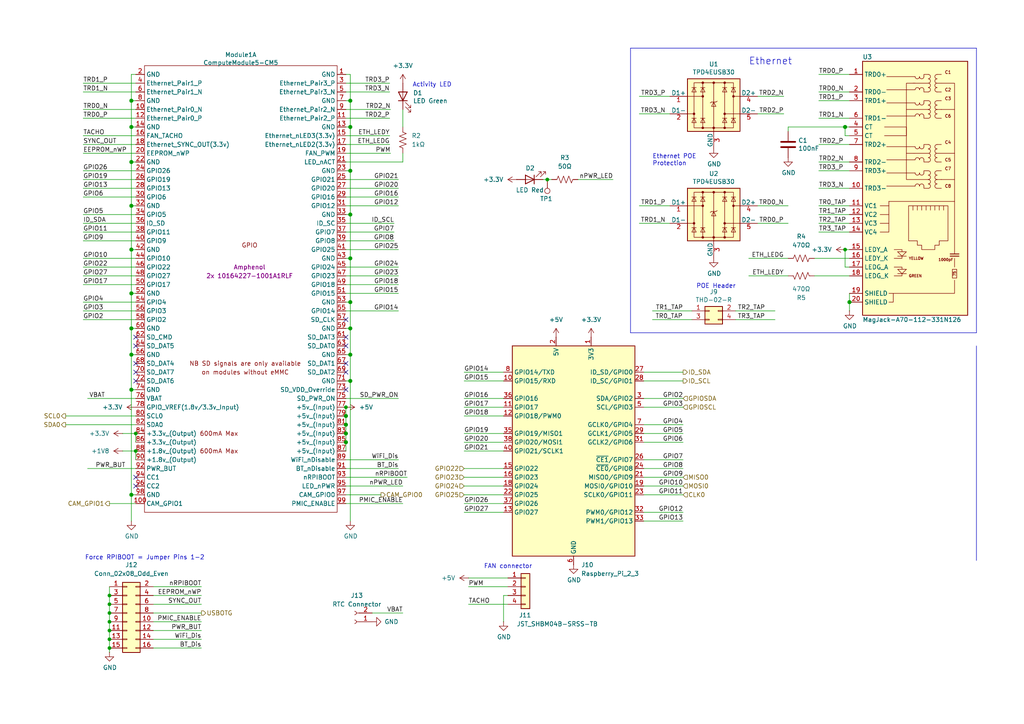
<source format=kicad_sch>
(kicad_sch (version 20231120) (generator "eeschema") (generator_version "8.0")
  (paper "A4")
  (title_block (title "Compute Module 5 IO Board - GPIO - Ethernet") (rev "1") (company "Copyright © 2024 Raspberry Pi Ltd.") (comment 1 "www.raspberrypi.com"))
  (junction (at 101.6 36.83) (diameter 1.016))
  (junction (at 101.6 29.21) (diameter 1.016))
  (junction (at 101.6 102.87) (diameter 1.016))
  (junction (at 38.1 113.03) (diameter 1.016))
  (junction (at 245.11 72.39))
  (junction (at 246.38 87.63) (diameter 1.016))
  (junction (at 38.1 46.99) (diameter 1.016))
  (junction (at 100.33 125.73) (diameter 1.016))
  (junction (at 31.75 175.26))
  (junction (at 38.1 72.39) (diameter 1.016))
  (junction (at 100.33 123.19) (diameter 1.016))
  (junction (at 38.1 143.51) (diameter 1.016))
  (junction (at 38.1 59.69) (diameter 1.016))
  (junction (at 101.6 62.23) (diameter 1.016))
  (junction (at 38.1 95.25) (diameter 1.016))
  (junction (at 101.6 95.25) (diameter 1.016))
  (junction (at 39.37 125.73))
  (junction (at 31.75 187.96))
  (junction (at 101.6 87.63) (diameter 1.016))
  (junction (at 38.1 85.09) (diameter 1.016))
  (junction (at 100.33 120.65) (diameter 1.016))
  (junction (at 158.75 52.07))
  (junction (at 38.1 36.83) (diameter 1.016))
  (junction (at 31.75 172.72))
  (junction (at 38.1 102.87) (diameter 1.016))
  (junction (at 38.1 29.21) (diameter 1.016))
  (junction (at 31.75 177.8))
  (junction (at 245.11 36.83) (diameter 1.016))
  (junction (at 100.33 128.27) (diameter 1.016))
  (junction (at 100.33 118.11))
  (junction (at 31.75 185.42))
  (junction (at 39.37 130.81))
  (junction (at 101.6 110.49) (diameter 1.016))
  (junction (at 101.6 49.53) (diameter 1.016))
  (junction (at 31.75 182.88))
  (junction (at 31.75 180.34))
  (junction (at 101.6 74.93) (diameter 1.016))
  (no_connect (at 100.33 107.95))
  (no_connect (at 100.33 97.79))
  (no_connect (at 39.37 110.49))
  (no_connect (at 100.33 113.03))
  (no_connect (at 39.37 100.33))
  (no_connect (at 100.33 105.41))
  (no_connect (at 39.37 105.41))
  (no_connect (at 100.33 100.33))
  (no_connect (at 39.37 107.95))
  (no_connect (at 39.37 138.43))
  (no_connect (at 39.37 97.79))
  (no_connect (at 100.33 92.71))
  (no_connect (at 39.37 140.97))
  (wire (pts (xy 44.45 175.26) (xy 58.42 175.26)))
  (wire (pts (xy 44.45 187.96) (xy 58.42 187.96)))
  (wire (pts (xy 100.33 102.87) (xy 101.6 102.87)))
  (wire (pts (xy 24.13 90.17) (xy 39.37 90.17)))
  (wire (pts (xy 39.37 133.35) (xy 39.37 130.81)))
  (wire (pts (xy 186.69 135.89) (xy 198.12 135.89)))
  (wire (pts (xy 24.13 44.45) (xy 39.37 44.45)))
  (wire (pts (xy 100.33 95.25) (xy 101.6 95.25)))
  (wire (pts (xy 101.6 102.87) (xy 101.6 110.49)))
  (wire (pts (xy 217.17 74.93) (xy 228.6 74.93)))
  (wire (pts (xy 39.37 128.27) (xy 39.37 125.73)))
  (wire (pts (xy 107.95 177.8) (xy 116.84 177.8)))
  (wire (pts (xy 101.6 36.83) (xy 101.6 49.53)))
  (wire (pts (xy 44.45 172.72) (xy 58.42 172.72)))
  (wire (pts (xy 24.13 92.71) (xy 39.37 92.71)))
  (wire (pts (xy 116.84 31.75) (xy 116.84 36.83)))
  (wire (pts (xy 24.13 31.75) (xy 39.37 31.75)))
  (wire (pts (xy 186.69 128.27) (xy 198.12 128.27)))
  (wire (pts (xy 24.13 77.47) (xy 39.37 77.47)))
  (wire (pts (xy 44.45 185.42) (xy 58.42 185.42)))
  (wire (pts (xy 100.33 29.21) (xy 101.6 29.21)))
  (wire (pts (xy 237.49 41.91) (xy 246.38 41.91)))
  (wire (pts (xy 100.33 90.17) (xy 115.57 90.17)))
  (wire (pts (xy 24.13 82.55) (xy 39.37 82.55)))
  (wire (pts (xy 186.69 143.51) (xy 198.12 143.51)))
  (wire (pts (xy 186.69 118.11) (xy 198.12 118.11)))
  (wire (pts (xy 24.13 80.01) (xy 39.37 80.01)))
  (wire (pts (xy 100.33 34.29) (xy 113.03 34.29)))
  (wire (pts (xy 39.37 36.83) (xy 38.1 36.83)))
  (wire (pts (xy 100.33 44.45) (xy 113.284 44.45)))
  (wire (pts (xy 100.33 31.75) (xy 113.284 31.75)))
  (wire (pts (xy 24.13 67.31) (xy 39.37 67.31)))
  (wire (pts (xy 237.49 59.69) (xy 246.38 59.69)))
  (wire (pts (xy 100.33 87.63) (xy 101.6 87.63)))
  (wire (pts (xy 24.13 39.37) (xy 39.37 39.37)))
  (wire (pts (xy 39.37 21.59) (xy 38.1 21.59)))
  (wire (pts (xy 101.6 21.59) (xy 101.6 29.21)))
  (wire (pts (xy 236.22 80.01) (xy 246.38 80.01)))
  (wire (pts (xy 101.6 29.21) (xy 101.6 36.83)))
  (wire (pts (xy 38.1 143.51) (xy 38.1 151.13)))
  (wire (pts (xy 146.05 172.72) (xy 146.05 180.34)))
  (wire (pts (xy 237.49 34.29) (xy 246.38 34.29)))
  (wire (pts (xy 219.71 33.02) (xy 227.33 33.02)))
  (wire (pts (xy 100.33 57.15) (xy 115.57 57.15)))
  (wire (pts (xy 186.69 115.57) (xy 198.12 115.57)))
  (wire (pts (xy 100.33 143.51) (xy 110.49 143.51)))
  (wire (pts (xy 100.33 80.01) (xy 115.57 80.01)))
  (wire (pts (xy 101.6 95.25) (xy 101.6 102.87)))
  (wire (pts (xy 38.1 72.39) (xy 38.1 85.09)))
  (wire (pts (xy 213.36 92.71) (xy 224.79 92.71)))
  (wire (pts (xy 101.6 49.53) (xy 101.6 62.23)))
  (wire (pts (xy 24.13 74.93) (xy 39.37 74.93)))
  (polyline (pts (xy 182.88 13.97) (xy 283.21 13.97)) (stroke (width 0) (type solid)))
  (wire (pts (xy 100.33 140.97) (xy 116.84 140.97)))
  (wire (pts (xy 39.37 29.21) (xy 38.1 29.21)))
  (wire (pts (xy 213.36 90.17) (xy 224.79 90.17)))
  (wire (pts (xy 25.4 135.89) (xy 39.37 135.89)))
  (wire (pts (xy 189.23 90.17) (xy 200.66 90.17)))
  (wire (pts (xy 134.62 143.51) (xy 146.05 143.51)))
  (wire (pts (xy 100.33 128.27) (xy 100.33 130.81)))
  (wire (pts (xy 134.62 146.05) (xy 146.05 146.05)))
  (wire (pts (xy 44.45 170.18) (xy 58.42 170.18)))
  (wire (pts (xy 246.38 36.83) (xy 245.11 36.83)))
  (wire (pts (xy 194.31 64.77) (xy 185.42 64.77)))
  (wire (pts (xy 237.49 21.59) (xy 246.38 21.59)))
  (wire (pts (xy 100.33 41.91) (xy 113.03 41.91)))
  (wire (pts (xy 31.75 177.8) (xy 31.75 180.34)))
  (wire (pts (xy 100.33 115.57) (xy 115.57 115.57)))
  (wire (pts (xy 24.13 26.67) (xy 39.37 26.67)))
  (wire (pts (xy 134.62 125.73) (xy 146.05 125.73)))
  (wire (pts (xy 217.17 80.01) (xy 228.6 80.01)))
  (wire (pts (xy 24.13 49.53) (xy 39.37 49.53)))
  (wire (pts (xy 100.33 120.65) (xy 100.33 123.19)))
  (wire (pts (xy 186.69 110.49) (xy 198.12 110.49)))
  (wire (pts (xy 134.62 138.43) (xy 146.05 138.43)))
  (wire (pts (xy 186.69 140.97) (xy 198.12 140.97)))
  (wire (pts (xy 100.33 74.93) (xy 101.6 74.93)))
  (wire (pts (xy 100.33 39.37) (xy 113.03 39.37)))
  (wire (pts (xy 167.64 52.07) (xy 177.8 52.07)))
  (wire (pts (xy 134.62 148.59) (xy 146.05 148.59)))
  (wire (pts (xy 100.33 138.43) (xy 118.11 138.43)))
  (wire (pts (xy 38.1 95.25) (xy 39.37 95.25)))
  (wire (pts (xy 38.1 102.87) (xy 38.1 113.03)))
  (wire (pts (xy 38.1 85.09) (xy 38.1 95.25)))
  (wire (pts (xy 31.75 146.05) (xy 39.37 146.05)))
  (wire (pts (xy 237.49 64.77) (xy 246.38 64.77)))
  (wire (pts (xy 134.62 118.11) (xy 146.05 118.11)))
  (wire (pts (xy 58.42 182.88) (xy 44.45 182.88)))
  (wire (pts (xy 237.49 54.61) (xy 246.38 54.61)))
  (wire (pts (xy 236.22 74.93) (xy 246.38 74.93)))
  (wire (pts (xy 101.6 110.49) (xy 101.6 151.13)))
  (wire (pts (xy 38.1 59.69) (xy 38.1 72.39)))
  (wire (pts (xy 134.62 128.27) (xy 146.05 128.27)))
  (wire (pts (xy 38.1 113.03) (xy 39.37 113.03)))
  (wire (pts (xy 38.1 72.39) (xy 39.37 72.39)))
  (wire (pts (xy 24.13 54.61) (xy 39.37 54.61)))
  (wire (pts (xy 100.33 52.07) (xy 115.57 52.07)))
  (wire (pts (xy 246.38 87.63) (xy 246.38 90.17)))
  (wire (pts (xy 134.62 110.49) (xy 146.05 110.49)))
  (wire (pts (xy 24.13 24.13) (xy 39.37 24.13)))
  (polyline (pts (xy 283.21 100.33) (xy 283.21 162.56)) (stroke (width 0) (type solid)))
  (wire (pts (xy 100.33 62.23) (xy 101.6 62.23)))
  (wire (pts (xy 246.38 85.09) (xy 246.38 87.63)))
  (wire (pts (xy 100.33 24.13) (xy 113.03 24.13)))
  (wire (pts (xy 100.33 135.89) (xy 115.57 135.89)))
  (wire (pts (xy 100.33 36.83) (xy 101.6 36.83)))
  (wire (pts (xy 38.1 95.25) (xy 38.1 102.87)))
  (wire (pts (xy 39.37 143.51) (xy 38.1 143.51)))
  (wire (pts (xy 24.13 57.15) (xy 39.37 57.15)))
  (wire (pts (xy 185.42 59.69) (xy 194.31 59.69)))
  (wire (pts (xy 245.11 39.37) (xy 245.11 36.83)))
  (wire (pts (xy 44.45 177.8) (xy 58.42 177.8)))
  (wire (pts (xy 38.1 113.03) (xy 38.1 143.51)))
  (wire (pts (xy 157.48 52.07) (xy 158.75 52.07)))
  (wire (pts (xy 228.6 36.83) (xy 245.11 36.83)))
  (wire (pts (xy 35.56 130.81) (xy 39.37 130.81)))
  (wire (pts (xy 100.33 146.05) (xy 116.84 146.05)))
  (wire (pts (xy 100.33 64.77) (xy 114.3 64.77)))
  (wire (pts (xy 101.6 87.63) (xy 101.6 95.25)))
  (wire (pts (xy 147.32 172.72) (xy 146.05 172.72)))
  (wire (pts (xy 100.33 54.61) (xy 115.57 54.61)))
  (wire (pts (xy 245.11 77.47) (xy 245.11 72.39)))
  (wire (pts (xy 134.62 130.81) (xy 146.05 130.81)))
  (wire (pts (xy 116.84 46.99) (xy 116.84 44.45)))
  (wire (pts (xy 100.33 69.85) (xy 114.3 69.85)))
  (wire (pts (xy 100.33 133.35) (xy 115.57 133.35)))
  (polyline (pts (xy 283.21 96.52) (xy 182.88 96.52)) (stroke (width 0) (type solid)))
  (wire (pts (xy 186.69 148.59) (xy 198.12 148.59)))
  (wire (pts (xy 219.71 27.94) (xy 227.33 27.94)))
  (wire (pts (xy 31.75 180.34) (xy 31.75 182.88)))
  (polyline (pts (xy 182.88 96.52) (xy 182.88 13.97)) (stroke (width 0) (type solid)))
  (wire (pts (xy 100.33 85.09) (xy 115.57 85.09)))
  (wire (pts (xy 31.75 187.96) (xy 31.75 189.23)))
  (wire (pts (xy 135.89 170.18) (xy 147.32 170.18)))
  (wire (pts (xy 186.69 125.73) (xy 198.12 125.73)))
  (wire (pts (xy 24.13 34.29) (xy 39.37 34.29)))
  (wire (pts (xy 25.4 115.57) (xy 39.37 115.57)))
  (wire (pts (xy 186.69 123.19) (xy 198.12 123.19)))
  (wire (pts (xy 185.42 27.94) (xy 194.31 27.94)))
  (wire (pts (xy 100.33 59.69) (xy 115.57 59.69)))
  (wire (pts (xy 245.11 72.39) (xy 246.38 72.39)))
  (wire (pts (xy 135.89 175.26) (xy 147.32 175.26)))
  (wire (pts (xy 100.33 67.31) (xy 114.3 67.31)))
  (polyline (pts (xy 283.21 13.97) (xy 283.21 96.52)) (stroke (width 0) (type solid)))
  (wire (pts (xy 186.69 107.95) (xy 198.12 107.95)))
  (wire (pts (xy 24.13 64.77) (xy 39.37 64.77)))
  (wire (pts (xy 38.1 36.83) (xy 38.1 46.99)))
  (wire (pts (xy 100.33 46.99) (xy 116.84 46.99)))
  (wire (pts (xy 185.42 33.02) (xy 194.31 33.02)))
  (wire (pts (xy 24.13 52.07) (xy 39.37 52.07)))
  (wire (pts (xy 19.05 123.19) (xy 39.37 123.19)))
  (wire (pts (xy 237.49 67.31) (xy 246.38 67.31)))
  (wire (pts (xy 219.71 59.69) (xy 228.6 59.69)))
  (wire (pts (xy 134.62 115.57) (xy 146.05 115.57)))
  (wire (pts (xy 31.75 185.42) (xy 31.75 187.96)))
  (wire (pts (xy 100.33 72.39) (xy 115.57 72.39)))
  (wire (pts (xy 38.1 29.21) (xy 38.1 36.83)))
  (wire (pts (xy 100.33 21.59) (xy 101.6 21.59)))
  (wire (pts (xy 100.33 110.49) (xy 101.6 110.49)))
  (wire (pts (xy 134.62 135.89) (xy 146.05 135.89)))
  (wire (pts (xy 246.38 77.47) (xy 245.11 77.47)))
  (wire (pts (xy 24.13 69.85) (xy 39.37 69.85)))
  (wire (pts (xy 24.13 87.63) (xy 39.37 87.63)))
  (wire (pts (xy 100.33 118.11) (xy 100.33 120.65)))
  (wire (pts (xy 134.62 140.97) (xy 146.05 140.97)))
  (wire (pts (xy 31.75 170.18) (xy 31.75 172.72)))
  (wire (pts (xy 100.33 49.53) (xy 101.6 49.53)))
  (wire (pts (xy 100.33 26.67) (xy 113.03 26.67)))
  (wire (pts (xy 24.13 62.23) (xy 39.37 62.23)))
  (wire (pts (xy 186.69 133.35) (xy 198.12 133.35)))
  (wire (pts (xy 186.69 151.13) (xy 198.12 151.13)))
  (wire (pts (xy 237.49 62.23) (xy 246.38 62.23)))
  (wire (pts (xy 134.62 120.65) (xy 146.05 120.65)))
  (wire (pts (xy 219.71 64.77) (xy 228.6 64.77)))
  (wire (pts (xy 24.13 41.91) (xy 39.37 41.91)))
  (wire (pts (xy 237.49 26.67) (xy 246.38 26.67)))
  (wire (pts (xy 31.75 172.72) (xy 31.75 175.26)))
  (wire (pts (xy 35.56 125.73) (xy 39.37 125.73)))
  (wire (pts (xy 189.23 92.71) (xy 200.66 92.71)))
  (wire (pts (xy 101.6 74.93) (xy 101.6 87.63)))
  (wire (pts (xy 44.45 180.34) (xy 58.42 180.34)))
  (wire (pts (xy 100.33 123.19) (xy 100.33 125.73)))
  (wire (pts (xy 228.6 38.1) (xy 228.6 36.83)))
  (wire (pts (xy 237.49 49.53) (xy 246.38 49.53)))
  (wire (pts (xy 38.1 46.99) (xy 39.37 46.99)))
  (wire (pts (xy 38.1 21.59) (xy 38.1 29.21)))
  (wire (pts (xy 237.49 29.21) (xy 246.38 29.21)))
  (wire (pts (xy 135.89 167.64) (xy 147.32 167.64)))
  (wire (pts (xy 38.1 85.09) (xy 39.37 85.09)))
  (wire (pts (xy 100.33 125.73) (xy 100.33 128.27)))
  (wire (pts (xy 100.33 77.47) (xy 115.57 77.47)))
  (wire (pts (xy 38.1 102.87) (xy 39.37 102.87)))
  (wire (pts (xy 38.1 59.69) (xy 39.37 59.69)))
  (wire (pts (xy 158.75 52.07) (xy 160.02 52.07)))
  (wire (pts (xy 246.38 39.37) (xy 245.11 39.37)))
  (wire (pts (xy 186.69 138.43) (xy 198.12 138.43)))
  (wire (pts (xy 31.75 182.88) (xy 31.75 185.42)))
  (wire (pts (xy 100.33 82.55) (xy 115.57 82.55)))
  (wire (pts (xy 19.05 120.65) (xy 39.37 120.65)))
  (wire (pts (xy 101.6 62.23) (xy 101.6 74.93)))
  (wire (pts (xy 38.1 46.99) (xy 38.1 59.69)))
  (wire (pts (xy 31.75 175.26) (xy 31.75 177.8)))
  (wire (pts (xy 237.49 46.99) (xy 246.38 46.99)))
  (wire (pts (xy 134.62 107.95) (xy 146.05 107.95)))
  (text "Activity LED" (at 119.634 25.4 0) (effects (font (size 1.27 1.27)) (justify left bottom)))
  (text "FAN connector\n" (at 140.335 165.1 0) (effects (font (size 1.27 1.27)) (justify left bottom)))
  (text "Ethernet POE\nProtection" (at 189.23 48.26 0) (effects (font (size 1.27 1.27)) (justify left bottom)))
  (text "POE Header" (at 201.93 83.82 0) (effects (font (size 1.27 1.27)) (justify left bottom)))
  (text "Force RPIBOOT = Jumper Pins 1-2 \n" (at 60.325 162.56 0) (effects (font (size 1.27 1.27)) (justify right bottom)))
  (text "Ethernet" (at 217.17 19.05 0) (effects (font (size 2.0066 2.0066)) (justify left bottom)))
  (label "GPIO5" (at 24.13 62.23 0))
  (label "TRD3_N" (at 113.03 26.67 180))
  (label "GPIO2" (at 24.13 92.71 0))
  (label "GPIO18" (at 134.62 120.65 0))
  (label "GPIO9" (at 24.13 69.85 0))
  (label "PWR_BUT" (at 58.42 182.88 180))
  (label "TRD3_N" (at 237.49 54.61 0))
  (label "ETH_LEDG" (at 113.03 41.91 180))
  (label "TRD1_N" (at 193.04 64.77 180))
  (label "GPIO10" (at 24.13 74.93 0))
  (label "TRD3_P" (at 113.03 24.13 180))
  (label "BT_Dis" (at 115.57 135.89 180))
  (label "GPIO6" (at 24.13 57.15 0))
  (label "TRD0_P" (at 227.33 64.77 180))
  (label "TRD3_P" (at 193.04 27.94 180))
  (label "GPIO20" (at 115.57 54.61 180))
  (label "GPIO25" (at 115.57 72.39 180))
  (label "WiFi_Dis" (at 115.57 133.35 180))
  (label "GPIO15" (at 115.57 85.09 180))
  (label "GPIO13" (at 24.13 54.61 0))
  (label "TRD1_P" (at 193.04 59.69 180))
  (label "GPIO7" (at 114.3 67.31 180))
  (label "GPIO14" (at 115.57 90.17 180))
  (label "ETH_LEDY" (at 113.03 39.37 180))
  (label "GPIO13" (at 198.12 151.13 180))
  (label "VBAT" (at 116.84 177.8 180))
  (label "TR1_TAP" (at 198.12 90.17 180))
  (label "SD_PWR_ON" (at 115.57 115.57 180))
  (label "PWM" (at 113.284 44.45 180))
  (label "GPIO4" (at 24.13 87.63 0))
  (label "TRD1_P" (at 24.13 24.13 0))
  (label "GPIO8" (at 198.12 135.89 180))
  (label "TRD1_P" (at 237.49 29.21 0))
  (label "GPIO27" (at 134.62 148.59 0))
  (label "GPIO6" (at 198.12 128.27 180))
  (label "GPIO27" (at 24.13 80.01 0))
  (label "EEPROM_nWP" (at 24.13 44.45 0))
  (label "GPIO16" (at 134.62 115.57 0))
  (label "WiFi_Dis" (at 58.42 185.42 180))
  (label "GPIO7" (at 198.12 133.35 180))
  (label "TR0_TAP" (at 198.0184 92.71 180))
  (label "GPIO21" (at 115.57 52.07 180))
  (label "GPIO23" (at 115.57 80.01 180))
  (label "TRD0_N" (at 24.13 31.75 0))
  (label "TRD3_P" (at 237.49 49.53 0))
  (label "ETH_LEDY" (at 227.33 80.01 180))
  (label "TRD0_N" (at 227.33 59.69 180))
  (label "GPIO11" (at 198.12 143.51 180))
  (label "TRD2_N" (at 227.33 27.94 180))
  (label "ETH_LEDG" (at 227.33 74.93 180))
  (label "GPIO5" (at 198.12 125.73 180))
  (label "GPIO20" (at 134.62 128.27 0))
  (label "TRD0_N" (at 237.49 26.67 0))
  (label "GPIO14" (at 134.62 107.95 0))
  (label "TR2_TAP" (at 237.49 64.77 0))
  (label "GPIO17" (at 134.62 118.11 0))
  (label "SYNC_OUT" (at 58.42 175.26 180))
  (label "TR2_TAP" (at 221.9198 90.17 180))
  (label "GPIO26" (at 134.62 146.05 0))
  (label "GPIO10" (at 198.12 140.97 180))
  (label "GPIO9" (at 198.12 138.43 180))
  (label "GPIO16" (at 115.57 57.15 180))
  (label "GPIO12" (at 115.57 59.69 180))
  (label "GPIO19" (at 134.62 125.73 0))
  (label "PWM" (at 135.89 170.18 0))
  (label "GPIO8" (at 114.3 69.85 180))
  (label "GPIO17" (at 24.13 82.55 0))
  (label "SYNC_OUT" (at 24.13 41.91 0))
  (label "nPWR_LED" (at 177.8 52.07 180))
  (label "TRD0_P" (at 237.49 21.59 0))
  (label "GPIO18" (at 115.57 82.55 180))
  (label "TRD2_N" (at 113.284 31.75 180))
  (label "BT_Dis" (at 58.42 187.96 180))
  (label "nPWR_LED" (at 116.84 140.97 180))
  (label "TR3_TAP" (at 221.8944 92.71 180))
  (label "TRD0_P" (at 24.13 34.29 0))
  (label "GPIO21" (at 134.62 130.81 0))
  (label "nRPIBOOT" (at 58.42 170.18 180))
  (label "PMIC_ENABLE" (at 58.42 180.34 180))
  (label "GPIO26" (at 24.13 49.53 0))
  (label "TACHO" (at 135.89 175.26 0))
  (label "PWR_BUT" (at 27.686 135.89 0))
  (label "nRPIBOOT" (at 118.11 138.43 180))
  (label "EEPROM_nWP" (at 58.42 172.72 180))
  (label "GPIO11" (at 24.13 67.31 0))
  (label "ID_SDA" (at 24.13 64.77 0))
  (label "TRD1_N" (at 24.13 26.67 0))
  (label "GPIO24" (at 115.57 77.47 180))
  (label "TRD3_N" (at 193.04 33.02 180))
  (label "TR1_TAP" (at 237.49 62.23 0))
  (label "GPIO3" (at 198.12 118.11 180))
  (label "VBAT" (at 30.48 115.57 180))
  (label "GPIO12" (at 198.12 148.59 180))
  (label "ID_SCL" (at 114.3 64.77 180))
  (label "TRD2_P" (at 237.49 41.91 0))
  (label "GPIO4" (at 198.12 123.19 180))
  (label "TACHO" (at 24.13 39.37 0))
  (label "TRD2_N" (at 237.49 46.99 0))
  (label "TR0_TAP" (at 237.49 59.69 0))
  (label "TRD1_N" (at 237.49 34.29 0))
  (label "PMIC_ENABLE" (at 116.84 146.05 180))
  (label "TRD2_P" (at 113.03 34.29 180))
  (label "GPIO19" (at 24.13 52.07 0))
  (label "GPIO15" (at 134.62 110.49 0))
  (label "TR3_TAP" (at 237.49 67.31 0))
  (label "GPIO22" (at 24.13 77.47 0))
  (label "TRD2_P" (at 227.33 33.02 180))
  (label "GPIO3" (at 24.13 90.17 0))
  (label "GPIO2" (at 198.12 115.57 180))
  (hierarchical_label "USBOTG" (shape output) (at 58.42 177.8 0))
  (hierarchical_label "SDA0" (shape output) (at 19.05 123.19 180))
  (hierarchical_label "CAM_GPIO1" (shape output) (at 31.75 146.05 180))
  (hierarchical_label "GPIOSDA" (shape input) (at 198.12 115.57 0))
  (hierarchical_label "GPIO22" (shape input) (at 134.62 135.89 180))
  (hierarchical_label "ID_SDA" (shape output) (at 198.12 107.95 0))
  (hierarchical_label "ID_SCL" (shape output) (at 198.12 110.49 0))
  (hierarchical_label "SCL0" (shape output) (at 19.05 120.65 180))
  (hierarchical_label "GPIO25" (shape input) (at 134.62 143.51 180))
  (hierarchical_label "GPIO24" (shape input) (at 134.62 140.97 180))
  (hierarchical_label "MOSI0" (shape input) (at 198.12 140.97 0))
  (hierarchical_label "CAM_GPIO0" (shape output) (at 110.49 143.51 0))
  (hierarchical_label "GPIOSCL" (shape input) (at 198.12 118.11 0))
  (hierarchical_label "MISO0" (shape input) (at 198.12 138.43 0))
  (hierarchical_label "CLK0" (shape input) (at 198.12 143.51 0))
  (hierarchical_label "GPIO23" (shape input) (at 134.62 138.43 180))
  (symbol (lib_id "CM5IO:ComputeModule5-CM5") (at 72.39 77.47 0) (unit 1)
    (property "Reference" "Module1" (at 69.85 15.875 0))
    (property "Value" "ComputeModule5-CM5" (at 69.85 18.1864 0))
    (property "Footprint" "CM5IO:Raspberry-Pi-5-Compute-Module" (effects (hide yes)))
    (property "Description" "RaspberryPi Compute module 5 " (effects (hide yes)))
    (property "Field4" "Amphenol" (at 72.39 77.47 0))
    (property "Field5" "2x 10164227-1001A1RLF" (at 72.39 80.01 0))
    (property "Field6" "2x 10164227-1001A1RLF" (effects (hide yes)))
    (property "Field7" "Hirose" (effects (hide yes)))
    (property "Part Description" "	100 Position Connector Receptacle, Center Strip Contacts Surface Mount Gold" (effects (hide yes)))
  )
  (symbol (lib_id "Device:C") (at 228.6 41.91 0) (unit 1)
    (property "Reference" "C1" (at 231.521 40.7416 0) (effects (justify left)))
    (property "Value" "100nF" (at 231.521 43.053 0) (effects (justify left)))
    (property "Footprint" "Capacitor_SMD:C_0402_1005Metric_Pad0.74x0.62mm_HandSolder" (effects (hide yes)))
    (property "Description" "Unpolarized capacitor" (effects (hide yes)))
    (property "Field4" "Farnell" (effects (hide yes)))
    (property "Field5" "2611911" (effects (hide yes)))
    (property "Field6" "RM EMK105 B7104KV-F" (effects (hide yes)))
    (property "Field7" "TAIYO YUDEN EUROPE GMBH" (effects (hide yes)))
    (property "Part Description" "	0.1uF 10% 16V Ceramic Capacitor X7R 0402 (1005 Metric)" (effects (hide yes)))
    (property "Field8" "110091611" (effects (hide yes)))
  )
  (symbol (lib_id "power:GND") (at 228.6 45.72 0) (unit 1)
    (property "Reference" "#PWR018" (effects (hide yes)))
    (property "Value" "GND" (at 228.727 50.1142 0))
    (property "Description" "Power symbol creates a global label with name \"GND\" , ground" (effects (hide yes)))
  )
  (symbol (lib_id "Connector_Generic:Conn_02x02_Odd_Even") (at 205.74 90.17 0) (unit 1)
    (property "Reference" "J9" (at 207.01 84.6582 0))
    (property "Value" "THD-02-R" (at 207.01 86.9696 0))
    (property "Footprint" "Connector_PinHeader_2.54mm:PinHeader_2x02_P2.54mm_Vertical" (effects (hide yes)))
    (property "Description" "Generic connector, double row, 02x02, odd/even pin numbering scheme (row 1 odd numbers, row 2 even numbers), script generated (kicad-library-utils/schlib/autogen/connector/)" (effects (hide yes)))
    (property "Field4" "Toby" (effects (hide yes)))
    (property "Field5" "THD-02-R" (effects (hide yes)))
    (property "Field6" "151-604-425-761" (effects (hide yes)))
    (property "Field7" "EDAC" (effects (hide yes)))
    (property "Field8" "UCON00791" (effects (hide yes)))
    (property "Part Description" "PinHeader_2x02_P2.54mm_Vertical" (effects (hide yes)))
  )
  (symbol (lib_id "power:GND") (at 38.1 151.13 0) (unit 1)
    (property "Reference" "#PWR029" (effects (hide yes)))
    (property "Value" "GND" (at 38.227 155.5242 0))
    (property "Description" "Power symbol creates a global label with name \"GND\" , ground" (effects (hide yes)))
  )
  (symbol (lib_id "power:GND") (at 101.6 151.13 0) (unit 1)
    (property "Reference" "#PWR030" (effects (hide yes)))
    (property "Value" "GND" (at 101.727 155.5242 0))
    (property "Description" "Power symbol creates a global label with name \"GND\" , ground" (effects (hide yes)))
  )
  (symbol (lib_id "Device:LED") (at 116.84 27.94 90) (unit 1)
    (property "Reference" "D1" (at 119.8118 26.9494 90) (effects (justify right)))
    (property "Value" "LED Green" (at 119.8118 29.2608 90) (effects (justify right)))
    (property "Footprint" "LED_SMD:LED_0603_1608Metric" (effects (hide yes)))
    (property "Description" "Light emitting diode" (effects (hide yes)))
    (property "Field4" "Digikey " (effects (hide yes)))
    (property "Field5" "LTST-S270KGKT" (effects (hide yes)))
    (property "Field6" "SML-A12M8TT86N" (effects (hide yes)))
    (property "Field7" "Rohm" (effects (hide yes)))
    (property "Field8" "650263301" (effects (hide yes)))
    (property "Part Description" "	Green 572nm LED Indication - Discrete 2.2V 2-SMD, No Lead" (effects (hide yes)))
  )
  (symbol (lib_id "Device:LED") (at 153.67 52.07 180) (unit 1)
    (property "Reference" "D2" (at 152.4 48.768 0) (effects (justify right)))
    (property "Value" "LED Red" (at 149.606 55.118 0) (effects (justify right)))
    (property "Footprint" "LED_SMD:LED_0603_1608Metric" (effects (hide yes)))
    (property "Description" "Light emitting diode" (effects (hide yes)))
    (property "Field4" "Digikey " (effects (hide yes)))
    (property "Field5" "	LTST-S270KRKT" (effects (hide yes)))
    (property "Field6" "SML-A12U8TT86Q" (effects (hide yes)))
    (property "Field7" "Rohm" (effects (hide yes)))
    (property "Field8" "650295101" (effects (hide yes)))
    (property "Part Description" "	Red 620nm LED Indication - Discrete 2.2V 2-SMD, No Lead" (effects (hide yes)))
  )
  (symbol (lib_id "CM5IO:TPD4EUSB30") (at 207.01 62.23 0) (unit 1)
    (property "Reference" "U2" (at 207.01 50.3682 0))
    (property "Value" "TPD4EUSB30" (at 207.01 52.6796 0))
    (property "Footprint" "Package_SON:USON-10_2.5x1.0mm_P0.5mm" (effects (hide yes)))
    (property "Datasheet" "http://www.ti.com/lit/ds/symlink/tpd2eusb30a.pdf" (effects (hide yes)))
    (property "Description" "4-Channel ESD Protection for Super-Speed USB 3.0 Interface, USON-10" (effects (hide yes)))
    (property "Field4" "Farnell" (effects (hide yes)))
    (property "Field5" "2335455" (effects (hide yes)))
    (property "Field6" "CDDFN10-3324P-13" (effects (hide yes)))
    (property "Field7" "Bourns" (effects (hide yes)))
    (property "Field8" "UDIO00346" (effects (hide yes)))
    (property "Part Description" "Quad TVS diode for high speed signals (USB3, GigE etc.)" (effects (hide yes)))
  )
  (symbol (lib_id "Connector:TestPoint") (at 158.75 52.07 180) (unit 1) (in_bom no)
    (property "Reference" "TP1" (at 160.274 57.658 0) (effects (justify left)))
    (property "Value" "TestPoint" (effects (hide yes)))
    (property "Footprint" "TestPoint:TestPoint_Pad_2.0x2.0mm" (effects (hide yes)))
    (property "Description" "test point" (effects (hide yes)))
    (property "Field4" "nf" (effects (hide yes)))
    (property "Field5" "nf" (effects (hide yes)))
    (property "Field6" "nf" (effects (hide yes)))
    (property "Field7" "nf" (effects (hide yes)))
    (property "Part Description" "Test point" (effects (hide yes)))
  )
  (symbol (lib_id "CM5IO:TPD4EUSB30") (at 207.01 30.48 0) (unit 1)
    (property "Reference" "U1" (at 207.01 18.6182 0))
    (property "Value" "TPD4EUSB30" (at 207.01 20.9296 0))
    (property "Footprint" "Package_SON:USON-10_2.5x1.0mm_P0.5mm" (effects (hide yes)))
    (property "Datasheet" "http://www.ti.com/lit/ds/symlink/tpd2eusb30a.pdf" (effects (hide yes)))
    (property "Description" "4-Channel ESD Protection for Super-Speed USB 3.0 Interface, USON-10" (effects (hide yes)))
    (property "Field4" "Farnell" (effects (hide yes)))
    (property "Field5" "2335455" (effects (hide yes)))
    (property "Field6" "CDDFN10-3324P-13" (effects (hide yes)))
    (property "Field7" "Bourns" (effects (hide yes)))
    (property "Field8" "UDIO00346" (effects (hide yes)))
    (property "Part Description" "Quad TVS diode for high speed signals (USB3, GigE etc.)" (effects (hide yes)))
  )
  (symbol (lib_id "power:GND") (at 246.38 90.17 0) (unit 1)
    (property "Reference" "#PWR022" (effects (hide yes)))
    (property "Value" "GND" (at 246.507 94.5642 0))
    (property "Description" "Power symbol creates a global label with name \"GND\" , ground" (effects (hide yes)))
  )
  (symbol (lib_id "power:GND") (at 207.01 74.93 0) (unit 1)
    (property "Reference" "#PWR021" (effects (hide yes)))
    (property "Value" "GND" (at 207.137 79.3242 0))
    (property "Description" "Power symbol creates a global label with name \"GND\" , ground" (effects (hide yes)))
  )
  (symbol (lib_id "power:GND") (at 207.01 43.18 0) (unit 1)
    (property "Reference" "#PWR017" (effects (hide yes)))
    (property "Value" "GND" (at 207.137 47.5742 0))
    (property "Description" "Power symbol creates a global label with name \"GND\" , ground" (effects (hide yes)))
  )
  (symbol (lib_id "CM5IO:MagJack-A70-112-331N126") (at 267.97 92.71 0) (unit 1)
    (property "Reference" "U3" (at 250.19 16.51 0) (effects (justify left)))
    (property "Value" "MagJack-A70-112-331N126" (at 250.19 92.71 0) (effects (justify left)))
    (property "Footprint" "CM5IO:TRJG0926HENL" (effects (hide yes)))
    (property "Datasheet" "https://p.globalsources.com/IMAGES/PDT/SPEC/690/K1160305690.pdf" (effects (hide yes)))
    (property "Field6" "TRJG0926HENL" (effects (hide yes)))
    (property "Field7" "Trxcon" (effects (hide yes)))
    (property "Field8" "UCON00900" (effects (hide yes)))
    (property "Part Description" "Gigabit Ethernet Magjack" (effects (hide yes)))
    (property "Field5" "TRJG0926HENL" (effects (hide yes)))
  )
  (symbol (lib_id "Device:R_US") (at 116.84 40.64 180) (unit 1)
    (property "Reference" "R2" (at 119.38 39.3699 0) (effects (justify right)))
    (property "Value" "1kΩ" (at 119.38 41.9099 0) (effects (justify right)))
    (property "Footprint" "Resistor_SMD:R_0402_1005Metric_Pad0.72x0.64mm_HandSolder" (effects (hide yes)))
    (property "Description" "Resistor, US symbol" (effects (hide yes)))
  )
  (symbol (lib_id "power:+5V") (at 135.89 167.64 90) (unit 1)
    (property "Reference" "#PWR032" (effects (hide yes)))
    (property "Value" "+5V" (at 132.08 167.6399 90) (effects (justify left)))
    (property "Description" "Power symbol creates a global label with name \"+5V\"" (effects (hide yes)))
  )
  (symbol (lib_id "power:GND") (at 31.75 189.23 0) (unit 1)
    (property "Reference" "#PWR035" (effects (hide yes)))
    (property "Value" "GND" (at 31.877 193.6242 0))
    (property "Description" "Power symbol creates a global label with name \"GND\" , ground" (effects (hide yes)))
  )
  (symbol (lib_id "power:GND") (at 146.05 180.34 0) (unit 1)
    (property "Reference" "#PWR034" (effects (hide yes)))
    (property "Value" "GND" (at 146.177 184.7342 0))
    (property "Description" "Power symbol creates a global label with name \"GND\" , ground" (effects (hide yes)))
  )
  (symbol (lib_id "power:+3.3V") (at 171.45 97.79 0) (unit 1)
    (property "Reference" "#PWR024" (effects (hide yes)))
    (property "Value" "+3.3V" (at 171.45 92.71 0))
    (property "Description" "Power symbol creates a global label with name \"+3.3V\"" (effects (hide yes)))
  )
  (symbol (lib_id "power:+3.3V") (at 39.37 118.11 90) (unit 1)
    (property "Reference" "#PWR025" (effects (hide yes)))
    (property "Value" "+3.3V" (at 35.56 118.1099 90) (effects (justify left)))
    (property "Description" "Power symbol creates a global label with name \"+3.3V\"" (effects (hide yes)))
  )
  (symbol (lib_id "Device:R_US") (at 232.41 80.01 90) (mirror x) (unit 1)
    (property "Reference" "R5" (at 232.41 86.36 90))
    (property "Value" "470Ω" (at 232.41 83.82 90))
    (property "Footprint" "Resistor_SMD:R_0402_1005Metric_Pad0.72x0.64mm_HandSolder" (effects (hide yes)))
    (property "Description" "Resistor, US symbol" (effects (hide yes)))
  )
  (symbol (lib_id "Connector_Generic:Conn_01x04") (at 152.4 170.18 0) (unit 1)
    (property "Reference" "J11" (at 150.495 178.435 0) (effects (justify left)))
    (property "Value" "JST_SHBM04B-SRSS-TB" (at 149.86 180.975 0) (effects (justify left)))
    (property "Footprint" "Connector_JST:JST_SH_BM04B-SRSS-TB_1x04-1MP_P1.00mm_Vertical" (effects (hide yes)))
    (property "Description" "Generic connector, single row, 01x04, script generated (kicad-library-utils/schlib/autogen/connector/)" (effects (hide yes)))
    (property "Field5" "SHBM04B-SRSS-TB" (effects (hide yes)))
    (property "Field6" "SHBM04B-SRSS-TB" (effects (hide yes)))
    (property "Field7" "JST" (effects (hide yes)))
    (property "Part Description" "4 pin vertical 1mm pitch connector" (effects (hide yes)))
  )
  (symbol (lib_id "Connector_Generic:Conn_02x08_Odd_Even") (at 36.83 177.8 0) (unit 1)
    (property "Reference" "J12" (at 38.1 163.83 0))
    (property "Value" "Conn_02x08_Odd_Even" (at 38.1 166.37 0))
    (property "Footprint" "Connector_PinHeader_1.27mm:PinHeader_2x08_P1.27mm_Vertical" (effects (hide yes)))
    (property "Description" "Generic connector, double row, 02x08, odd/even pin numbering scheme (row 1 odd numbers, row 2 even numbers), script generated (kicad-library-utils/schlib/autogen/connector/)" (effects (hide yes)))
  )
  (symbol (lib_id "Connector:Raspberry_Pi_2_3") (at 166.37 130.81 0) (unit 1)
    (property "Reference" "J10" (at 168.5641 163.83 0) (effects (justify left)))
    (property "Value" "Raspberry_Pi_2_3" (at 168.5641 166.37 0) (effects (justify left)))
    (property "Footprint" "Connector_PinHeader_2.54mm:PinHeader_2x20_P2.54mm_Vertical" (effects (hide yes)))
    (property "Datasheet" "https://www.raspberrypi.org/documentation/hardware/raspberrypi/schematics/rpi_SCH_3bplus_1p0_reduced.pdf" (effects (hide yes)))
    (property "Description" "expansion header for Raspberry Pi 2 & 3" (effects (hide yes)))
  )
  (symbol (lib_id "Device:R_US") (at 163.83 52.07 90) (unit 1)
    (property "Reference" "R3" (at 163.83 45.72 90))
    (property "Value" "50Ω" (at 163.83 48.26 90))
    (property "Footprint" "Resistor_SMD:R_0402_1005Metric_Pad0.72x0.64mm_HandSolder" (effects (hide yes)))
    (property "Description" "Resistor, US symbol" (effects (hide yes)))
  )
  (symbol (lib_id "power:+3.3V") (at 245.11 72.39 90) (unit 1)
    (property "Reference" "#PWR020" (effects (hide yes)))
    (property "Value" "+3.3V" (at 241.3 72.3899 90) (effects (justify left)))
    (property "Description" "Power symbol creates a global label with name \"+3.3V\"" (effects (hide yes)))
  )
  (symbol (lib_id "Device:R_US") (at 232.41 74.93 90) (unit 1)
    (property "Reference" "R4" (at 232.41 68.58 90))
    (property "Value" "470Ω" (at 232.41 71.12 90))
    (property "Footprint" "Resistor_SMD:R_0402_1005Metric_Pad0.72x0.64mm_HandSolder" (effects (hide yes)))
    (property "Description" "Resistor, US symbol" (effects (hide yes)))
  )
  (symbol (lib_id "power:+5V") (at 100.33 118.11 270) (unit 1)
    (property "Reference" "#PWR026" (effects (hide yes)))
    (property "Value" "+5V" (at 104.14 118.1099 90) (effects (justify left)))
    (property "Description" "Power symbol creates a global label with name \"+5V\"" (effects (hide yes)))
  )
  (symbol (lib_id "Connector:Conn_01x02_Socket") (at 102.87 180.34 180) (unit 1)
    (property "Reference" "J13" (at 103.505 172.72 0))
    (property "Value" "RTC Connector" (at 103.505 175.26 0))
    (property "Footprint" "Connector_JST:JST_EH_B2B-EH-A_1x02_P2.50mm_Vertical" (effects (hide yes)))
    (property "Description" "Generic connector, single row, 01x02, script generated" (effects (hide yes)))
  )
  (symbol (lib_id "power:GND") (at 107.95 180.34 90) (unit 1)
    (property "Reference" "#PWR033" (effects (hide yes)))
    (property "Value" "GND" (at 113.538 180.34 90))
    (property "Description" "Power symbol creates a global label with name \"GND\" , ground" (effects (hide yes)))
  )
  (symbol (lib_id "power:+1V8") (at 35.56 130.81 90) (unit 1)
    (property "Reference" "#PWR028" (effects (hide yes)))
    (property "Value" "+1V8" (at 31.75 130.8099 90) (effects (justify left)))
    (property "Description" "Power symbol creates a global label with name \"+1V8\"" (effects (hide yes)))
  )
  (symbol (lib_id "power:+5V") (at 161.29 97.79 0) (unit 1)
    (property "Reference" "#PWR023" (effects (hide yes)))
    (property "Value" "+5V" (at 161.29 92.71 0))
    (property "Description" "Power symbol creates a global label with name \"+5V\"" (effects (hide yes)))
  )
  (symbol (lib_id "power:+3.3V") (at 116.84 24.13 0) (unit 1)
    (property "Reference" "#PWR016" (effects (hide yes)))
    (property "Value" "+3.3V" (at 116.84 19.05 0))
    (property "Description" "Power symbol creates a global label with name \"+3.3V\"" (effects (hide yes)))
  )
  (symbol (lib_id "power:+3.3V") (at 149.86 52.07 90) (unit 1)
    (property "Reference" "#PWR019" (effects (hide yes)))
    (property "Value" "+3.3V" (at 146.05 52.0699 90) (effects (justify left)))
    (property "Description" "Power symbol creates a global label with name \"+3.3V\"" (effects (hide yes)))
  )
  (symbol (lib_id "power:GND") (at 166.37 163.83 0) (unit 1)
    (property "Reference" "#PWR031" (effects (hide yes)))
    (property "Value" "GND" (at 166.497 168.2242 0))
    (property "Description" "Power symbol creates a global label with name \"GND\" , ground" (effects (hide yes)))
  )
  (symbol (lib_id "power:+3.3V") (at 35.56 125.73 90) (unit 1)
    (property "Reference" "#PWR027" (effects (hide yes)))
    (property "Value" "+3.3V" (at 31.75 125.7299 90) (effects (justify left)))
    (property "Description" "Power symbol creates a global label with name \"+3.3V\"" (effects (hide yes)))
  )
)
</source>
